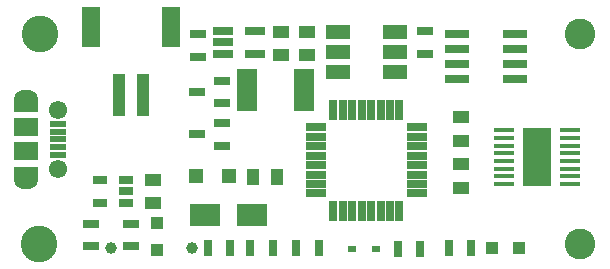
<source format=gts>
G04 #@! TF.GenerationSoftware,KiCad,Pcbnew,(5.0.0-rc2-dev-444-g2974a2c10)*
G04 #@! TF.CreationDate,2019-10-03T16:28:08-07:00*
G04 #@! TF.ProjectId,StringCar CPy PCB,537472696E6743617220435079205043,v03*
G04 #@! TF.SameCoordinates,Original*
G04 #@! TF.FileFunction,Soldermask,Top*
G04 #@! TF.FilePolarity,Negative*
%FSLAX46Y46*%
G04 Gerber Fmt 4.6, Leading zero omitted, Abs format (unit mm)*
G04 Created by KiCad (PCBNEW (5.0.0-rc2-dev-444-g2974a2c10)) date 10/03/19 16:28:08*
%MOMM*%
%LPD*%
G01*
G04 APERTURE LIST*
%ADD10R,2.101600X0.701600*%
%ADD11C,3.101600*%
%ADD12R,0.651600X1.701600*%
%ADD13R,1.701600X0.651600*%
%ADD14R,1.101600X1.351600*%
%ADD15R,1.351600X1.101600*%
%ADD16R,0.801600X1.401600*%
%ADD17R,1.401600X0.801600*%
%ADD18R,2.001600X1.601600*%
%ADD19C,1.551600*%
%ADD20R,1.451600X0.501600*%
%ADD21O,2.001600X1.301600*%
%ADD22R,2.001600X1.301600*%
%ADD23R,1.601600X3.501600*%
%ADD24R,1.101600X3.601600*%
%ADD25R,2.101600X1.201600*%
%ADD26R,1.161600X0.751600*%
%ADD27R,1.661600X0.751600*%
%ADD28R,1.201600X1.201600*%
%ADD29R,1.101600X1.101600*%
%ADD30R,2.601600X1.901600*%
%ADD31R,1.701600X3.601600*%
%ADD32R,1.440000X0.740000*%
%ADD33R,0.701600X0.551600*%
%ADD34C,2.601600*%
%ADD35C,1.001600*%
%ADD36R,1.740000X0.440000*%
%ADD37R,2.460200X5.000200*%
G04 APERTURE END LIST*
D10*
X131850000Y-99035000D03*
X136750000Y-96495000D03*
X136750000Y-97765000D03*
X136750000Y-99035000D03*
X136750000Y-100305000D03*
X131850000Y-100305000D03*
X131850000Y-97765000D03*
X131850000Y-96495000D03*
D11*
X96500000Y-114300000D03*
D12*
X121400000Y-111450000D03*
X122200000Y-111450000D03*
X123000000Y-111450000D03*
X123800000Y-111450000D03*
X124600000Y-111450000D03*
X125400000Y-111450000D03*
X126200000Y-111450000D03*
X127000000Y-111450000D03*
D13*
X128450000Y-110000000D03*
X128450000Y-109200000D03*
X128450000Y-108400000D03*
X128450000Y-107600000D03*
X128450000Y-106800000D03*
X128450000Y-106000000D03*
X128450000Y-105200000D03*
X128450000Y-104400000D03*
D12*
X127000000Y-102950000D03*
X126200000Y-102950000D03*
X125400000Y-102950000D03*
X124600000Y-102950000D03*
X123800000Y-102950000D03*
X123000000Y-102950000D03*
X122200000Y-102950000D03*
X121400000Y-102950000D03*
D13*
X119950000Y-104400000D03*
X119950000Y-105200000D03*
X119950000Y-106000000D03*
X119950000Y-106800000D03*
X119950000Y-107600000D03*
X119950000Y-108400000D03*
X119950000Y-109200000D03*
X119950000Y-110000000D03*
D14*
X116600000Y-108600000D03*
X114600000Y-108600000D03*
D15*
X132234961Y-103517179D03*
X132234961Y-105517179D03*
D16*
X131177141Y-114636064D03*
X133077141Y-114636064D03*
D17*
X129200000Y-96250000D03*
X129200000Y-98150000D03*
D15*
X132234961Y-109517179D03*
X132234961Y-107517179D03*
X117008814Y-96294058D03*
X117008814Y-98294058D03*
D17*
X104272016Y-114450000D03*
X104272016Y-112550000D03*
X109900000Y-98410000D03*
X109900000Y-96510000D03*
D16*
X118250000Y-114600000D03*
X120150000Y-114600000D03*
D15*
X119152148Y-96294058D03*
X119152148Y-98294058D03*
X106100000Y-108821323D03*
X106100000Y-110821323D03*
D18*
X95408000Y-106410000D03*
D19*
X98108000Y-102910000D03*
D20*
X98108000Y-104760000D03*
X98108000Y-104110000D03*
X98108000Y-106710000D03*
X98108000Y-106060000D03*
X98108000Y-105410000D03*
D19*
X98108000Y-107910000D03*
D18*
X95408000Y-104410000D03*
D21*
X95408000Y-101910000D03*
X95408000Y-108910000D03*
D22*
X95408000Y-108310000D03*
X95408000Y-102510000D03*
D23*
X100917000Y-95931000D03*
X107617000Y-95931000D03*
D24*
X103267000Y-101681000D03*
X105267000Y-101681000D03*
D25*
X126600000Y-96300000D03*
X126600000Y-98000000D03*
X126600000Y-99700000D03*
X121800000Y-99700000D03*
X121800000Y-98000000D03*
X121800000Y-96300000D03*
D17*
X100900000Y-114450000D03*
X100900000Y-112550000D03*
D16*
X116250000Y-114600000D03*
X114350000Y-114600000D03*
D26*
X101646033Y-110771323D03*
X101646033Y-108871323D03*
X103846033Y-108871323D03*
X103846033Y-109821323D03*
X103846033Y-110771323D03*
D27*
X114728333Y-96260000D03*
X114728333Y-98160000D03*
X112028333Y-98160000D03*
X112028333Y-97210000D03*
X112028333Y-96260000D03*
D28*
X112600000Y-108500000D03*
X109800000Y-108500000D03*
D29*
X134834941Y-114600000D03*
X137095541Y-114600000D03*
X106500000Y-114768400D03*
X106500000Y-112507800D03*
D30*
X114500000Y-111800000D03*
X110500000Y-111800000D03*
D31*
X114060000Y-101200000D03*
X118940000Y-101200000D03*
D32*
X111950000Y-105950000D03*
X111950000Y-104050000D03*
X109850000Y-105000000D03*
X109850000Y-101400000D03*
X111950000Y-100450000D03*
X111950000Y-102350000D03*
D16*
X126850000Y-114700000D03*
X128750000Y-114700000D03*
X110750000Y-114600000D03*
X112650000Y-114600000D03*
D33*
X122950000Y-114700000D03*
X125050000Y-114700000D03*
D34*
X142280000Y-96500000D03*
X142280000Y-114300000D03*
D11*
X96540000Y-96510000D03*
D35*
X109400000Y-114600000D03*
X102600000Y-114600000D03*
D36*
X141434961Y-109192179D03*
D37*
X138634961Y-106917179D03*
D36*
X135834961Y-109192179D03*
X141434961Y-108542179D03*
X141434961Y-107892179D03*
X141434961Y-107242179D03*
X141434961Y-106592179D03*
X141434961Y-105942179D03*
X141434961Y-105292179D03*
X141434961Y-104642179D03*
X135834961Y-104642179D03*
X135834961Y-105292179D03*
X135834961Y-105942179D03*
X135834961Y-106592179D03*
X135834961Y-107242179D03*
X135834961Y-107892179D03*
X135834961Y-108542179D03*
M02*

</source>
